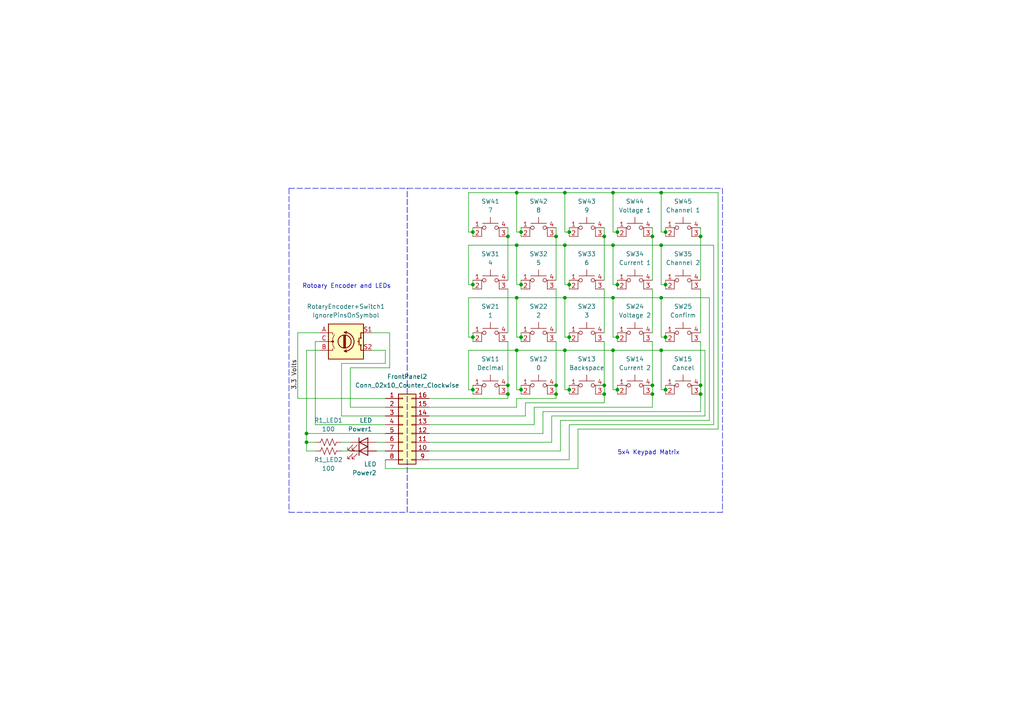
<source format=kicad_sch>
(kicad_sch (version 20211123) (generator eeschema)
  (paper "A4")
  (title_block (title "Front Panel I/O Board") (date "2022-09-12") (rev "1") (company "George Mason University") (comment 1 "MCU through a 2x10 JST plug.") (comment 2 "this PCB as it has its own. The PCB will e connected to the primary") (comment 3 "panel of thc case. The 20x04 Character LCD display is not part of") (comment 4 "The front panel will be on a seperate PCB connected to the front"))
  (lib_symbols
    (symbol "Connector_Generic:Conn_02x08_Counter_Clockwise" (pin_names (offset 1.016) hide)
      (property "Reference" "J" (at 1.27 10.16 0))
      (property "Value" "Conn_02x08_Counter_Clockwise" (at 1.27 -12.7 0))
      (symbol "Conn_02x08_Counter_Clockwise_1_1"
        (rectangle (start -1.27 -10.033) (end 0 -10.287) (stroke (width 0.1524)))
        (rectangle (start -1.27 -7.493) (end 0 -7.747) (stroke (width 0.1524)))
        (rectangle (start -1.27 -4.953) (end 0 -5.207) (stroke (width 0.1524)))
        (rectangle (start -1.27 -2.413) (end 0 -2.667) (stroke (width 0.1524)))
        (rectangle (start -1.27 0.127) (end 0 -0.127) (stroke (width 0.1524)))
        (rectangle (start -1.27 2.667) (end 0 2.413) (stroke (width 0.1524)))
        (rectangle (start -1.27 5.207) (end 0 4.953) (stroke (width 0.1524)))
        (rectangle (start -1.27 7.747) (end 0 7.493) (stroke (width 0.1524)))
        (rectangle (start -1.27 8.89) (end 3.81 -11.43) (stroke (width 0.254)) (fill (type background)))
        (rectangle (start 3.81 -10.033) (end 2.54 -10.287) (stroke (width 0.1524)))
        (rectangle (start 3.81 -7.493) (end 2.54 -7.747) (stroke (width 0.1524)))
        (rectangle (start 3.81 -4.953) (end 2.54 -5.207) (stroke (width 0.1524)))
        (rectangle (start 3.81 -2.413) (end 2.54 -2.667) (stroke (width 0.1524)))
        (rectangle (start 3.81 0.127) (end 2.54 -0.127) (stroke (width 0.1524)))
        (rectangle (start 3.81 2.667) (end 2.54 2.413) (stroke (width 0.1524)))
        (rectangle (start 3.81 5.207) (end 2.54 4.953) (stroke (width 0.1524)))
        (rectangle (start 3.81 7.747) (end 2.54 7.493) (stroke (width 0.1524)))
        (pin passive line (at -5.08 7.62 0) (length 3.81) (name "Pin_1") (number "1"))
        (pin passive line (at 7.62 -7.62 180) (length 3.81) (name "Pin_10") (number "10"))
        (pin passive line (at 7.62 -5.08 180) (length 3.81) (name "Pin_11") (number "11"))
        (pin passive line (at 7.62 -2.54 180) (length 3.81) (name "Pin_12") (number "12"))
        (pin passive line (at 7.62 0 180) (length 3.81) (name "Pin_13") (number "13"))
        (pin passive line (at 7.62 2.54 180) (length 3.81) (name "Pin_14") (number "14"))
        (pin passive line (at 7.62 5.08 180) (length 3.81) (name "Pin_15") (number "15"))
        (pin passive line (at 7.62 7.62 180) (length 3.81) (name "Pin_16") (number "16"))
        (pin passive line (at -5.08 5.08 0) (length 3.81) (name "Pin_2") (number "2"))
        (pin passive line (at -5.08 2.54 0) (length 3.81) (name "Pin_3") (number "3"))
        (pin passive line (at -5.08 0 0) (length 3.81) (name "Pin_4") (number "4"))
        (pin passive line (at -5.08 -2.54 0) (length 3.81) (name "Pin_5") (number "5"))
        (pin passive line (at -5.08 -5.08 0) (length 3.81) (name "Pin_6") (number "6"))
        (pin passive line (at -5.08 -7.62 0) (length 3.81) (name "Pin_7") (number "7"))
        (pin passive line (at -5.08 -10.16 0) (length 3.81) (name "Pin_8") (number "8"))
        (pin passive line (at 7.62 -10.16 180) (length 3.81) (name "Pin_9") (number "9"))
      )
    )
    (symbol "Device:LED" (pin_numbers hide) (pin_names (offset 1.016) hide)
      (property "Reference" "D" (at 0 2.54 0))
      (property "Value" "LED" (at 0 -2.54 0))
      (symbol "LED_0_1"
        (polyline (pts (xy -1.27 -1.27) (xy -1.27 1.27)) (stroke (width 0.254)))
        (polyline (pts (xy -1.27 0) (xy 1.27 0)))
        (polyline (pts (xy 1.27 -1.27) (xy 1.27 1.27) (xy -1.27 0) (xy 1.27 -1.27)) (stroke (width 0.254)))
        (polyline (pts (xy -3.048 -0.762) (xy -4.572 -2.286) (xy -3.81 -2.286) (xy -4.572 -2.286) (xy -4.572 -1.524)))
        (polyline (pts (xy -1.778 -0.762) (xy -3.302 -2.286) (xy -2.54 -2.286) (xy -3.302 -2.286) (xy -3.302 -1.524)))
      )
      (symbol "LED_1_1"
        (pin passive line (at -3.81 0 0) (length 2.54) (name "K") (number "1"))
        (pin passive line (at 3.81 0 180) (length 2.54) (name "A") (number "2"))
      )
    )
    (symbol "Device:R_US" (pin_numbers hide) (pin_names (offset 0))
      (property "Reference" "R" (at 2.54 0 90))
      (property "Value" "R_US" (at -2.54 0 90))
      (symbol "R_US_0_1"
        (polyline (pts (xy 0 -2.286) (xy 0 -2.54)))
        (polyline (pts (xy 0 2.286) (xy 0 2.54)))
        (polyline (pts (xy 0 -0.762) (xy 1.016 -1.143) (xy 0 -1.524) (xy -1.016 -1.905) (xy 0 -2.286)))
        (polyline (pts (xy 0 0.762) (xy 1.016 0.381) (xy 0 0) (xy -1.016 -0.381) (xy 0 -0.762)))
        (polyline (pts (xy 0 2.286) (xy 1.016 1.905) (xy 0 1.524) (xy -1.016 1.143) (xy 0 0.762)))
      )
      (symbol "R_US_1_1"
        (pin passive line (at 0 3.81 270) (length 1.27) (name "~") (number "1"))
        (pin passive line (at 0 -3.81 90) (length 1.27) (name "~") (number "2"))
      )
    )
    (symbol "Device:RotaryEncoder_Switch" (pin_names (offset 0.254) hide)
      (property "Reference" "SW" (at 0 6.604 0))
      (property "Value" "RotaryEncoder_Switch" (at 0 -6.604 0))
      (symbol "RotaryEncoder_Switch_0_1"
        (rectangle (start -5.08 5.08) (end 5.08 -5.08) (stroke (width 0.254)) (fill (type background)))
        (circle (center -3.81 0) (radius 0.254) (fill (type outline)))
        (arc (start -0.381 -2.794) (mid 2.3622 -0.0508) (end -0.381 2.667) (stroke (width 0.254)))
        (circle (center -0.381 0) (radius 1.905) (stroke (width 0.254)))
        (polyline (pts (xy -0.635 -1.778) (xy -0.635 1.778)) (stroke (width 0.254)))
        (polyline (pts (xy -0.381 -1.778) (xy -0.381 1.778)) (stroke (width 0.254)))
        (polyline (pts (xy -0.127 1.778) (xy -0.127 -1.778)) (stroke (width 0.254)))
        (polyline (pts (xy 3.81 0) (xy 3.429 0)) (stroke (width 0.254)))
        (polyline (pts (xy 3.81 1.016) (xy 3.81 -1.016)) (stroke (width 0.254)))
        (polyline (pts (xy -5.08 -2.54) (xy -3.81 -2.54) (xy -3.81 -2.032)))
        (polyline (pts (xy -5.08 2.54) (xy -3.81 2.54) (xy -3.81 2.032)))
        (polyline (pts (xy 0.254 -3.048) (xy -0.508 -2.794) (xy 0.127 -2.413)) (stroke (width 0.254)))
        (polyline (pts (xy 0.254 2.921) (xy -0.508 2.667) (xy 0.127 2.286)) (stroke (width 0.254)))
        (polyline (pts (xy 5.08 -2.54) (xy 4.318 -2.54) (xy 4.318 -1.016)) (stroke (width 0.254)))
        (polyline (pts (xy 5.08 2.54) (xy 4.318 2.54) (xy 4.318 1.016)) (stroke (width 0.254)))
        (polyline (pts (xy -5.08 0) (xy -3.81 0) (xy -3.81 -1.016) (xy -3.302 -2.032)))
        (polyline (pts (xy -4.318 0) (xy -3.81 0) (xy -3.81 1.016) (xy -3.302 2.032)))
        (circle (center 4.318 -1.016) (radius 0.127) (stroke (width 0.254)))
        (circle (center 4.318 1.016) (radius 0.127) (stroke (width 0.254)))
      )
      (symbol "RotaryEncoder_Switch_1_1"
        (pin passive line (at -7.62 2.54 0) (length 2.54) (name "A") (number "A"))
        (pin passive line (at -7.62 -2.54 0) (length 2.54) (name "B") (number "B"))
        (pin passive line (at -7.62 0 0) (length 2.54) (name "C") (number "C"))
        (pin passive line (at 7.62 2.54 180) (length 2.54) (name "S1") (number "S1"))
        (pin passive line (at 7.62 -2.54 180) (length 2.54) (name "S2") (number "S2"))
      )
    )
    (symbol "Switch:SW_MEC_5E" (pin_names (offset 1.016) hide)
      (property "Reference" "SW" (at 0.635 5.715 0))
      (property "Value" "SW_MEC_5E" (at 0 -3.175 0))
      (symbol "SW_MEC_5E_0_1"
        (circle (center -1.778 2.54) (radius 0.508))
        (polyline (pts (xy -2.286 3.81) (xy 2.286 3.81)))
        (polyline (pts (xy 0 3.81) (xy 0 5.588)))
        (polyline (pts (xy -2.54 0) (xy -2.54 2.54) (xy -2.286 2.54)))
        (polyline (pts (xy 2.54 0) (xy 2.54 2.54) (xy 2.286 2.54)))
        (circle (center 1.778 2.54) (radius 0.508))
        (pin passive line (at -5.08 2.54 0) (length 2.54) (name "1") (number "1"))
        (pin passive line (at -5.08 0 0) (length 2.54) (name "2") (number "2"))
        (pin passive line (at 5.08 0 180) (length 2.54) (name "K") (number "3"))
        (pin passive line (at 5.08 2.54 180) (length 2.54) (name "A") (number "4"))
      )
    )
  )
  (junction (at 179.07 97.79))
  (junction (at 193.04 113.03))
  (junction (at 137.16 67.31))
  (junction (at 193.04 82.55))
  (junction (at 177.8 101.6))
  (junction (at 179.07 67.31))
  (junction (at 163.83 71.12))
  (junction (at 163.83 86.36))
  (junction (at 147.32 68.58))
  (junction (at 147.32 111.76))
  (junction (at 175.26 114.3))
  (junction (at 165.1 97.79))
  (junction (at 149.86 86.36))
  (junction (at 137.16 82.55))
  (junction (at 163.83 101.6))
  (junction (at 177.8 55.88))
  (junction (at 189.23 114.3))
  (junction (at 203.2 114.3))
  (junction (at 177.8 71.12))
  (junction (at 165.1 113.03))
  (junction (at 191.77 86.36))
  (junction (at 203.2 111.76))
  (junction (at 149.86 71.12))
  (junction (at 179.07 113.03))
  (junction (at 165.1 82.55))
  (junction (at 189.23 111.76))
  (junction (at 179.07 82.55))
  (junction (at 149.86 101.6))
  (junction (at 163.83 55.88))
  (junction (at 161.29 68.58))
  (junction (at 203.2 68.58))
  (junction (at 137.16 113.03))
  (junction (at 161.29 111.76))
  (junction (at 88.9 125.73))
  (junction (at 147.32 114.3))
  (junction (at 88.9 128.27))
  (junction (at 165.1 67.31))
  (junction (at 149.86 55.88))
  (junction (at 161.29 114.3))
  (junction (at 177.8 86.36))
  (junction (at 151.13 113.03))
  (junction (at 151.13 97.79))
  (junction (at 193.04 97.79))
  (junction (at 151.13 67.31))
  (junction (at 175.26 68.58))
  (junction (at 191.77 71.12))
  (junction (at 193.04 67.31))
  (junction (at 175.26 111.76))
  (junction (at 189.23 68.58))
  (junction (at 191.77 55.88))
  (junction (at 191.77 101.6))
  (junction (at 137.16 97.79))
  (junction (at 151.13 82.55))
  (wire (pts (xy 177.8 86.36) (xy 177.8 97.79)))
  (wire (pts (xy 177.8 71.12) (xy 177.8 82.55)))
  (wire (pts (xy 189.23 111.76) (xy 189.23 114.3)))
  (wire (pts (xy 167.64 124.46) (xy 208.28 124.46)))
  (wire (pts (xy 124.46 128.27) (xy 160.02 128.27)))
  (wire (pts (xy 161.29 99.06) (xy 161.29 111.76)))
  (wire (pts (xy 88.9 101.6) (xy 88.9 125.73)))
  (wire (pts (xy 163.83 101.6) (xy 163.83 113.03)))
  (wire (pts (xy 175.26 68.58) (xy 175.26 81.28)))
  (wire (pts (xy 189.23 83.82) (xy 189.23 96.52)))
  (wire (pts (xy 193.04 96.52) (xy 193.04 97.79)))
  (wire (pts (xy 124.46 115.57) (xy 147.32 115.57)))
  (wire (pts (xy 191.77 82.55) (xy 193.04 82.55)))
  (polyline (pts (xy 83.82 54.61) (xy 118.11 54.61)))
  (wire (pts (xy 203.2 111.76) (xy 203.2 114.3)))
  (wire (pts (xy 177.8 55.88) (xy 177.8 67.31)))
  (wire (pts (xy 147.32 66.04) (xy 147.32 68.58)))
  (wire (pts (xy 179.07 111.76) (xy 179.07 113.03)))
  (wire (pts (xy 135.89 101.6) (xy 149.86 101.6)))
  (wire (pts (xy 165.1 67.31) (xy 165.1 68.58)))
  (polyline (pts (xy 118.11 148.59) (xy 118.11 54.61)))
  (wire (pts (xy 203.2 68.58) (xy 203.2 81.28)))
  (wire (pts (xy 147.32 68.58) (xy 147.32 81.28)))
  (wire (pts (xy 191.77 71.12) (xy 191.77 82.55)))
  (wire (pts (xy 189.23 118.11) (xy 154.94 118.11)))
  (wire (pts (xy 149.86 71.12) (xy 163.83 71.12)))
  (wire (pts (xy 165.1 113.03) (xy 165.1 114.3)))
  (wire (pts (xy 147.32 83.82) (xy 147.32 96.52)))
  (wire (pts (xy 165.1 82.55) (xy 165.1 83.82)))
  (wire (pts (xy 175.26 99.06) (xy 175.26 111.76)))
  (wire (pts (xy 88.9 128.27) (xy 88.9 130.81)))
  (wire (pts (xy 161.29 66.04) (xy 161.29 68.58)))
  (wire (pts (xy 162.56 121.92) (xy 162.56 130.81)))
  (wire (pts (xy 88.9 125.73) (xy 88.9 128.27)))
  (wire (pts (xy 137.16 113.03) (xy 137.16 114.3)))
  (wire (pts (xy 111.76 133.35) (xy 111.76 135.89)))
  (wire (pts (xy 151.13 67.31) (xy 151.13 68.58)))
  (wire (pts (xy 111.76 105.41) (xy 99.06 105.41)))
  (wire (pts (xy 179.07 82.55) (xy 179.07 83.82)))
  (wire (pts (xy 101.6 118.11) (xy 111.76 118.11)))
  (wire (pts (xy 151.13 66.04) (xy 151.13 67.31)))
  (wire (pts (xy 179.07 96.52) (xy 179.07 97.79)))
  (wire (pts (xy 137.16 81.28) (xy 137.16 82.55)))
  (wire (pts (xy 163.83 71.12) (xy 163.83 82.55)))
  (wire (pts (xy 179.07 97.79) (xy 179.07 99.06)))
  (wire (pts (xy 203.2 114.3) (xy 203.2 119.38)))
  (wire (pts (xy 179.07 82.55) (xy 177.8 82.55)))
  (wire (pts (xy 191.77 55.88) (xy 208.28 55.88)))
  (wire (pts (xy 191.77 97.79) (xy 193.04 97.79)))
  (wire (pts (xy 137.16 111.76) (xy 137.16 113.03)))
  (wire (pts (xy 208.28 55.88) (xy 208.28 124.46)))
  (wire (pts (xy 207.01 123.19) (xy 165.1 123.19)))
  (wire (pts (xy 147.32 114.3) (xy 147.32 115.57)))
  (wire (pts (xy 92.71 101.6) (xy 88.9 101.6)))
  (wire (pts (xy 175.26 114.3) (xy 175.26 116.84)))
  (wire (pts (xy 149.86 118.11) (xy 124.46 118.11)))
  (wire (pts (xy 154.94 118.11) (xy 154.94 123.19)))
  (wire (pts (xy 137.16 67.31) (xy 137.16 68.58)))
  (wire (pts (xy 193.04 111.76) (xy 193.04 113.03)))
  (wire (pts (xy 151.13 82.55) (xy 151.13 83.82)))
  (wire (pts (xy 149.86 101.6) (xy 149.86 113.03)))
  (wire (pts (xy 124.46 133.35) (xy 165.1 133.35)))
  (wire (pts (xy 151.13 82.55) (xy 149.86 82.55)))
  (wire (pts (xy 151.13 81.28) (xy 151.13 82.55)))
  (wire (pts (xy 92.71 99.06) (xy 91.44 99.06)))
  (wire (pts (xy 205.74 121.92) (xy 162.56 121.92)))
  (wire (pts (xy 204.47 120.65) (xy 160.02 120.65)))
  (wire (pts (xy 149.86 55.88) (xy 149.86 67.31)))
  (wire (pts (xy 149.86 71.12) (xy 149.86 82.55)))
  (wire (pts (xy 167.64 124.46) (xy 167.64 135.89)))
  (wire (pts (xy 189.23 68.58) (xy 189.23 66.04)))
  (polyline (pts (xy 209.55 148.59) (xy 118.11 148.59)))
  (wire (pts (xy 163.83 86.36) (xy 177.8 86.36)))
  (polyline (pts (xy 83.82 148.59) (xy 118.11 148.59)))
  (wire (pts (xy 165.1 97.79) (xy 163.83 97.79)))
  (wire (pts (xy 179.07 67.31) (xy 179.07 68.58)))
  (wire (pts (xy 163.83 101.6) (xy 177.8 101.6)))
  (wire (pts (xy 86.36 115.57) (xy 111.76 115.57)))
  (wire (pts (xy 163.83 71.12) (xy 177.8 71.12)))
  (wire (pts (xy 191.77 71.12) (xy 207.01 71.12)))
  (wire (pts (xy 177.8 71.12) (xy 191.77 71.12)))
  (wire (pts (xy 165.1 67.31) (xy 163.83 67.31)))
  (wire (pts (xy 151.13 97.79) (xy 151.13 99.06)))
  (wire (pts (xy 191.77 55.88) (xy 191.77 67.31)))
  (wire (pts (xy 161.29 68.58) (xy 161.29 81.28)))
  (wire (pts (xy 151.13 113.03) (xy 149.86 113.03)))
  (wire (pts (xy 179.07 113.03) (xy 179.07 114.3)))
  (wire (pts (xy 149.86 101.6) (xy 163.83 101.6)))
  (wire (pts (xy 193.04 81.28) (xy 193.04 82.55)))
  (wire (pts (xy 107.95 96.52) (xy 113.03 96.52)))
  (wire (pts (xy 111.76 120.65) (xy 99.06 120.65)))
  (wire (pts (xy 111.76 101.6) (xy 111.76 105.41)))
  (wire (pts (xy 99.06 128.27) (xy 101.6 128.27)))
  (wire (pts (xy 161.29 114.3) (xy 161.29 115.57)))
  (wire (pts (xy 109.22 128.27) (xy 111.76 128.27)))
  (wire (pts (xy 179.07 67.31) (xy 177.8 67.31)))
  (wire (pts (xy 203.2 99.06) (xy 203.2 111.76)))
  (wire (pts (xy 137.16 97.79) (xy 137.16 99.06)))
  (wire (pts (xy 151.13 111.76) (xy 151.13 113.03)))
  (wire (pts (xy 113.03 106.68) (xy 101.6 106.68)))
  (wire (pts (xy 147.32 111.76) (xy 147.32 114.3)))
  (wire (pts (xy 137.16 67.31) (xy 135.89 67.31)))
  (wire (pts (xy 203.2 119.38) (xy 157.48 119.38)))
  (wire (pts (xy 193.04 97.79) (xy 193.04 99.06)))
  (wire (pts (xy 205.74 86.36) (xy 205.74 121.92)))
  (wire (pts (xy 151.13 96.52) (xy 151.13 97.79)))
  (wire (pts (xy 107.95 101.6) (xy 111.76 101.6)))
  (wire (pts (xy 161.29 83.82) (xy 161.29 96.52)))
  (wire (pts (xy 204.47 101.6) (xy 204.47 120.65)))
  (wire (pts (xy 165.1 81.28) (xy 165.1 82.55)))
  (polyline (pts (xy 83.82 54.61) (xy 83.82 148.59)))
  (wire (pts (xy 203.2 66.04) (xy 203.2 68.58)))
  (wire (pts (xy 189.23 68.58) (xy 189.23 81.28)))
  (wire (pts (xy 149.86 115.57) (xy 149.86 118.11)))
  (wire (pts (xy 177.8 86.36) (xy 191.77 86.36)))
  (wire (pts (xy 175.26 83.82) (xy 175.26 96.52)))
  (polyline (pts (xy 118.11 54.61) (xy 209.55 54.61)))
  (wire (pts (xy 165.1 96.52) (xy 165.1 97.79)))
  (wire (pts (xy 191.77 113.03) (xy 193.04 113.03)))
  (wire (pts (xy 207.01 71.12) (xy 207.01 123.19)))
  (wire (pts (xy 177.8 101.6) (xy 191.77 101.6)))
  (wire (pts (xy 135.89 86.36) (xy 149.86 86.36)))
  (wire (pts (xy 203.2 83.82) (xy 203.2 96.52)))
  (wire (pts (xy 149.86 86.36) (xy 163.83 86.36)))
  (wire (pts (xy 109.22 130.81) (xy 111.76 130.81)))
  (wire (pts (xy 137.16 82.55) (xy 135.89 82.55)))
  (wire (pts (xy 175.26 111.76) (xy 175.26 114.3)))
  (polyline (pts (xy 118.11 148.59) (xy 118.11 54.61)))
  (wire (pts (xy 135.89 71.12) (xy 149.86 71.12)))
  (wire (pts (xy 99.06 120.65) (xy 99.06 105.41)))
  (wire (pts (xy 151.13 113.03) (xy 151.13 114.3)))
  (wire (pts (xy 165.1 66.04) (xy 165.1 67.31)))
  (wire (pts (xy 151.13 97.79) (xy 149.86 97.79)))
  (wire (pts (xy 137.16 96.52) (xy 137.16 97.79)))
  (wire (pts (xy 161.29 115.57) (xy 149.86 115.57)))
  (wire (pts (xy 165.1 111.76) (xy 165.1 113.03)))
  (wire (pts (xy 193.04 67.31) (xy 193.04 68.58)))
  (wire (pts (xy 149.86 86.36) (xy 149.86 97.79)))
  (wire (pts (xy 179.07 97.79) (xy 177.8 97.79)))
  (wire (pts (xy 165.1 82.55) (xy 163.83 82.55)))
  (wire (pts (xy 124.46 120.65) (xy 152.4 120.65)))
  (wire (pts (xy 86.36 96.52) (xy 92.71 96.52)))
  (wire (pts (xy 157.48 119.38) (xy 157.48 125.73)))
  (wire (pts (xy 160.02 120.65) (xy 160.02 128.27)))
  (wire (pts (xy 149.86 55.88) (xy 163.83 55.88)))
  (wire (pts (xy 137.16 113.03) (xy 135.89 113.03)))
  (wire (pts (xy 191.77 67.31) (xy 193.04 67.31)))
  (wire (pts (xy 179.07 113.03) (xy 177.8 113.03)))
  (wire (pts (xy 135.89 55.88) (xy 149.86 55.88)))
  (wire (pts (xy 177.8 55.88) (xy 191.77 55.88)))
  (wire (pts (xy 179.07 66.04) (xy 179.07 67.31)))
  (wire (pts (xy 191.77 101.6) (xy 191.77 113.03)))
  (wire (pts (xy 135.89 67.31) (xy 135.89 55.88)))
  (wire (pts (xy 135.89 97.79) (xy 135.89 86.36)))
  (wire (pts (xy 135.89 82.55) (xy 135.89 71.12)))
  (wire (pts (xy 137.16 97.79) (xy 135.89 97.79)))
  (wire (pts (xy 189.23 99.06) (xy 189.23 111.76)))
  (wire (pts (xy 193.04 113.03) (xy 193.04 114.3)))
  (wire (pts (xy 137.16 82.55) (xy 137.16 83.82)))
  (wire (pts (xy 147.32 99.06) (xy 147.32 111.76)))
  (wire (pts (xy 175.26 116.84) (xy 152.4 116.84)))
  (wire (pts (xy 191.77 86.36) (xy 191.77 97.79)))
  (wire (pts (xy 204.47 101.6) (xy 191.77 101.6)))
  (wire (pts (xy 157.48 125.73) (xy 124.46 125.73)))
  (wire (pts (xy 111.76 123.19) (xy 91.44 123.19)))
  (wire (pts (xy 86.36 115.57) (xy 86.36 96.52)))
  (wire (pts (xy 165.1 123.19) (xy 165.1 133.35)))
  (wire (pts (xy 161.29 111.76) (xy 161.29 114.3)))
  (wire (pts (xy 152.4 116.84) (xy 152.4 120.65)))
  (wire (pts (xy 113.03 96.52) (xy 113.03 106.68)))
  (wire (pts (xy 165.1 97.79) (xy 165.1 99.06)))
  (wire (pts (xy 151.13 67.31) (xy 149.86 67.31)))
  (wire (pts (xy 91.44 99.06) (xy 91.44 123.19)))
  (wire (pts (xy 163.83 86.36) (xy 163.83 97.79)))
  (wire (pts (xy 175.26 66.04) (xy 175.26 68.58)))
  (wire (pts (xy 135.89 113.03) (xy 135.89 101.6)))
  (wire (pts (xy 101.6 106.68) (xy 101.6 118.11)))
  (wire (pts (xy 88.9 130.81) (xy 91.44 130.81)))
  (wire (pts (xy 193.04 82.55) (xy 193.04 83.82)))
  (wire (pts (xy 124.46 130.81) (xy 162.56 130.81)))
  (wire (pts (xy 88.9 128.27) (xy 91.44 128.27)))
  (wire (pts (xy 179.07 81.28) (xy 179.07 82.55)))
  (wire (pts (xy 88.9 125.73) (xy 111.76 125.73)))
  (wire (pts (xy 124.46 123.19) (xy 154.94 123.19)))
  (wire (pts (xy 99.06 130.81) (xy 101.6 130.81)))
  (wire (pts (xy 193.04 66.04) (xy 193.04 67.31)))
  (wire (pts (xy 189.23 114.3) (xy 189.23 118.11)))
  (wire (pts (xy 165.1 113.03) (xy 163.83 113.03)))
  (wire (pts (xy 177.8 101.6) (xy 177.8 113.03)))
  (wire (pts (xy 191.77 86.36) (xy 205.74 86.36)))
  (wire (pts (xy 163.83 55.88) (xy 177.8 55.88)))
  (wire (pts (xy 111.76 135.89) (xy 167.64 135.89)))
  (polyline (pts (xy 209.55 54.61) (xy 209.55 148.59)))
  (wire (pts (xy 163.83 55.88) (xy 163.83 67.31)))
  (wire (pts (xy 137.16 66.04) (xy 137.16 67.31)))
  (text "Rotoary Encoder and LEDs" (at 87.63 83.82 0) (effects (font (size 1.27 1.27)) (justify left bottom)))
  (text "5x4 Keypad Matrix" (at 179.07 132.08 0) (effects (font (size 1.27 1.27)) (justify left bottom)))
  (label "3.3 Volts" (at 86.36 113.03 90))
  (symbol (lib_id "Switch:SW_MEC_5E") (at 170.18 83.82 0) (unit 1)
    (property "Reference" "SW33" (at 170.18 73.66 0))
    (property "Value" "6" (at 170.18 76.2 0))
    (property "Footprint" "Button_Switch_SMD:SW_MEC_5GSH9" (effects hide))
    (property "Datasheet" "http://www.apem.com/int/index.php?controller=attachment&id_attachment=1371" (effects hide))
  )
  (symbol (lib_id "Switch:SW_MEC_5E") (at 156.21 114.3 0) (unit 1)
    (property "Reference" "SW12" (at 156.21 104.14 0))
    (property "Value" "0" (at 156.21 106.68 0))
    (property "Footprint" "Button_Switch_SMD:SW_MEC_5GSH9" (effects hide))
    (property "Datasheet" "http://www.apem.com/int/index.php?controller=attachment&id_attachment=1371" (effects hide))
  )
  (symbol (lib_id "Switch:SW_MEC_5E") (at 156.21 99.06 0) (unit 1)
    (property "Reference" "SW22" (at 156.21 88.9 0))
    (property "Value" "2" (at 156.21 91.44 0))
    (property "Footprint" "Button_Switch_SMD:SW_MEC_5GSH9" (effects hide))
    (property "Datasheet" "http://www.apem.com/int/index.php?controller=attachment&id_attachment=1371" (effects hide))
  )
  (symbol (lib_id "Switch:SW_MEC_5E") (at 142.24 99.06 0) (unit 1)
    (property "Reference" "SW21" (at 142.24 88.9 0))
    (property "Value" "1" (at 142.24 91.44 0))
    (property "Footprint" "Button_Switch_SMD:SW_MEC_5GSH9" (effects hide))
    (property "Datasheet" "http://www.apem.com/int/index.php?controller=attachment&id_attachment=1371" (effects hide))
  )
  (symbol (lib_id "Device:LED") (at 105.41 130.81 0) (unit 1)
    (property "Reference" "Power2" (at 109.22 137.16 0) (effects (justify right)))
    (property "Value" "LED" (at 109.22 134.62 0) (effects (justify right)))
    (property "Footprint" "LED_THT:LED_D3.0mm" (effects hide))
  )
  (symbol (lib_id "Switch:SW_MEC_5E") (at 198.12 83.82 0) (unit 1)
    (property "Reference" "SW35" (at 198.12 73.66 0))
    (property "Value" "Channel 2" (at 198.12 76.2 0))
    (property "Footprint" "Button_Switch_SMD:SW_MEC_5GSH9" (effects hide))
    (property "Datasheet" "http://www.apem.com/int/index.php?controller=attachment&id_attachment=1371" (effects hide))
  )
  (symbol (lib_id "Device:R_US") (at 95.25 128.27 270) (unit 1)
    (property "Reference" "R1_LED1" (at 95.25 121.92 90))
    (property "Value" "100" (at 95.25 124.46 90))
    (property "Footprint" "Resistor_SMD:R_0603_1608Metric" (effects hide))
  )
  (symbol (lib_id "Connector_Generic:Conn_02x08_Counter_Clockwise") (at 116.84 123.19 0) (unit 1)
    (property "Reference" "FrontPanel2" (at 118.11 109.22 0))
    (property "Value" "Conn_02x10_Counter_Clockwise" (at 118.11 111.76 0))
    (property "Footprint" "Connector_IDC:IDC-Header_2x10_P2.54mm_Vertical" (effects hide))
  )
  (symbol (lib_id "Device:R_US") (at 95.25 130.81 270) (unit 1)
    (property "Reference" "R1_LED2" (at 95.25 133.35 90))
    (property "Value" "100" (at 95.25 135.89 90))
    (property "Footprint" "Resistor_SMD:R_0603_1608Metric" (effects hide))
  )
  (symbol (lib_id "Switch:SW_MEC_5E") (at 198.12 68.58 0) (unit 1)
    (property "Reference" "SW45" (at 198.12 58.42 0))
    (property "Value" "Channel 1" (at 198.12 60.96 0))
    (property "Footprint" "Button_Switch_SMD:SW_MEC_5GSH9" (effects hide))
    (property "Datasheet" "http://www.apem.com/int/index.php?controller=attachment&id_attachment=1371" (effects hide))
  )
  (symbol (lib_id "Switch:SW_MEC_5E") (at 198.12 99.06 0) (unit 1)
    (property "Reference" "SW25" (at 198.12 88.9 0))
    (property "Value" "Confirm" (at 198.12 91.44 0))
    (property "Footprint" "Button_Switch_SMD:SW_MEC_5GSH9" (effects hide))
    (property "Datasheet" "http://www.apem.com/int/index.php?controller=attachment&id_attachment=1371" (effects hide))
  )
  (symbol (lib_id "Switch:SW_MEC_5E") (at 142.24 114.3 0) (unit 1)
    (property "Reference" "SW11" (at 142.24 104.14 0))
    (property "Value" "Decimal" (at 142.24 106.68 0))
    (property "Footprint" "Button_Switch_SMD:SW_MEC_5GSH9" (effects hide))
    (property "Datasheet" "http://www.apem.com/int/index.php?controller=attachment&id_attachment=1371" (effects hide))
  )
  (symbol (lib_id "Switch:SW_MEC_5E") (at 170.18 114.3 0) (unit 1)
    (property "Reference" "SW13" (at 170.18 104.14 0))
    (property "Value" "Backspace" (at 170.18 106.68 0))
    (property "Footprint" "Button_Switch_SMD:SW_MEC_5GSH9" (effects hide))
    (property "Datasheet" "http://www.apem.com/int/index.php?controller=attachment&id_attachment=1371" (effects hide))
  )
  (symbol (lib_id "Switch:SW_MEC_5E") (at 184.15 99.06 0) (unit 1)
    (property "Reference" "SW24" (at 184.15 88.9 0))
    (property "Value" "Voltage 2" (at 184.15 91.44 0))
    (property "Footprint" "Button_Switch_SMD:SW_MEC_5GSH9" (effects hide))
    (property "Datasheet" "http://www.apem.com/int/index.php?controller=attachment&id_attachment=1371" (effects hide))
  )
  (symbol (lib_id "Switch:SW_MEC_5E") (at 156.21 83.82 0) (unit 1)
    (property "Reference" "SW32" (at 156.21 73.66 0))
    (property "Value" "5" (at 156.21 76.2 0))
    (property "Footprint" "Button_Switch_SMD:SW_MEC_5GSH9" (effects hide))
    (property "Datasheet" "http://www.apem.com/int/index.php?controller=attachment&id_attachment=1371" (effects hide))
  )
  (symbol (lib_id "Switch:SW_MEC_5E") (at 170.18 68.58 0) (unit 1)
    (property "Reference" "SW43" (at 170.18 58.42 0))
    (property "Value" "9" (at 170.18 60.96 0))
    (property "Footprint" "Button_Switch_SMD:SW_MEC_5GSH9" (effects hide))
    (property "Datasheet" "http://www.apem.com/int/index.php?controller=attachment&id_attachment=1371" (effects hide))
  )
  (symbol (lib_id "Switch:SW_MEC_5E") (at 184.15 83.82 0) (unit 1)
    (property "Reference" "SW34" (at 184.15 73.66 0))
    (property "Value" "Current 1" (at 184.15 76.2 0))
    (property "Footprint" "Button_Switch_SMD:SW_MEC_5GSH9" (effects hide))
    (property "Datasheet" "http://www.apem.com/int/index.php?controller=attachment&id_attachment=1371" (effects hide))
  )
  (symbol (lib_id "Switch:SW_MEC_5E") (at 142.24 68.58 0) (unit 1)
    (property "Reference" "SW41" (at 142.24 58.42 0))
    (property "Value" "7" (at 142.24 60.96 0))
    (property "Footprint" "Button_Switch_SMD:SW_MEC_5GSH9" (effects hide))
    (property "Datasheet" "http://www.apem.com/int/index.php?controller=attachment&id_attachment=1371" (effects hide))
  )
  (symbol (lib_id "Switch:SW_MEC_5E") (at 156.21 68.58 0) (unit 1)
    (property "Reference" "SW42" (at 156.21 58.42 0))
    (property "Value" "8" (at 156.21 60.96 0))
    (property "Footprint" "Button_Switch_SMD:SW_MEC_5GSH9" (effects hide))
    (property "Datasheet" "http://www.apem.com/int/index.php?controller=attachment&id_attachment=1371" (effects hide))
  )
  (symbol (lib_id "Switch:SW_MEC_5E") (at 170.18 99.06 0) (unit 1)
    (property "Reference" "SW23" (at 170.18 88.9 0))
    (property "Value" "3" (at 170.18 91.44 0))
    (property "Footprint" "Button_Switch_SMD:SW_MEC_5GSH9" (effects hide))
    (property "Datasheet" "http://www.apem.com/int/index.php?controller=attachment&id_attachment=1371" (effects hide))
  )
  (symbol (lib_id "Switch:SW_MEC_5E") (at 184.15 68.58 0) (unit 1)
    (property "Reference" "SW44" (at 184.15 58.42 0))
    (property "Value" "Voltage 1" (at 184.15 60.96 0))
    (property "Footprint" "Button_Switch_SMD:SW_MEC_5GSH9" (effects hide))
    (property "Datasheet" "http://www.apem.com/int/index.php?controller=attachment&id_attachment=1371" (effects hide))
  )
  (symbol (lib_id "Switch:SW_MEC_5E") (at 198.12 114.3 0) (unit 1)
    (property "Reference" "SW15" (at 198.12 104.14 0))
    (property "Value" "Cancel" (at 198.12 106.68 0))
    (property "Footprint" "Button_Switch_SMD:SW_MEC_5GSH9" (effects hide))
    (property "Datasheet" "http://www.apem.com/int/index.php?controller=attachment&id_attachment=1371" (effects hide))
  )
  (symbol (lib_id "Device:RotaryEncoder_Switch") (at 100.33 99.06 0) (unit 1)
    (property "Reference" "RotaryEncoder+Switch1" (at 100.33 88.9 0))
    (property "Value" "IgnorePinsOnSymbol" (at 100.33 91.44 0))
    (property "Footprint" "Rotary_Encoder:RotaryEncoder_Alps_EC11E-Switch_Vertical_H20mm" (effects hide))
  )
  (symbol (lib_id "Device:LED") (at 105.41 128.27 0) (unit 1)
    (property "Reference" "Power1" (at 107.95 124.46 0) (effects (justify right)))
    (property "Value" "LED" (at 107.95 121.92 0) (effects (justify right)))
    (property "Footprint" "LED_THT:LED_D3.0mm" (effects hide))
  )
  (symbol (lib_id "Switch:SW_MEC_5E") (at 142.24 83.82 0) (unit 1)
    (property "Reference" "SW31" (at 142.24 73.66 0))
    (property "Value" "4" (at 142.24 76.2 0))
    (property "Footprint" "Button_Switch_SMD:SW_MEC_5GSH9" (effects hide))
    (property "Datasheet" "http://www.apem.com/int/index.php?controller=attachment&id_attachment=1371" (effects hide))
  )
  (symbol (lib_id "Switch:SW_MEC_5E") (at 184.15 114.3 0) (unit 1)
    (property "Reference" "SW14" (at 184.15 104.14 0))
    (property "Value" "Current 2" (at 184.15 106.68 0))
    (property "Footprint" "Button_Switch_SMD:SW_MEC_5GSH9" (effects hide))
    (property "Datasheet" "http://www.apem.com/int/index.php?controller=attachment&id_attachment=1371" (effects hide))
  )
)
</source>
